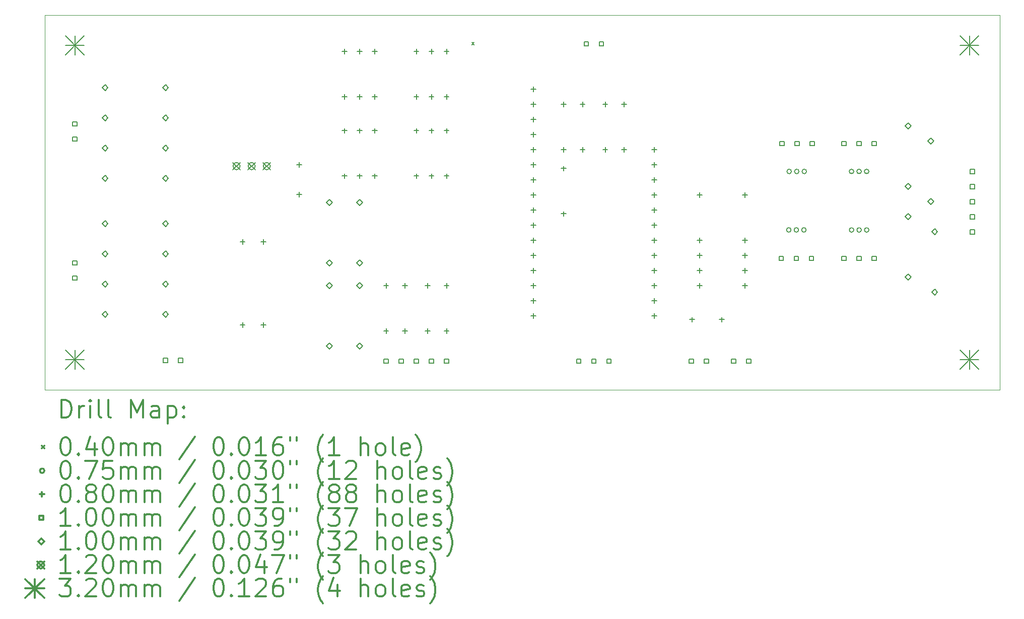
<source format=gbr>
%FSLAX45Y45*%
G04 Gerber Fmt 4.5, Leading zero omitted, Abs format (unit mm)*
G04 Created by KiCad (PCBNEW 5.1.9+dfsg1-1+deb11u1) date 2023-10-22 21:48:58*
%MOMM*%
%LPD*%
G01*
G04 APERTURE LIST*
%TA.AperFunction,Profile*%
%ADD10C,0.100000*%
%TD*%
%ADD11C,0.200000*%
%ADD12C,0.300000*%
G04 APERTURE END LIST*
D10*
X14528800Y-13081000D02*
X18770600Y-13081000D01*
X18669000Y-6781800D02*
X14020800Y-6781800D01*
X7480300Y-6781800D02*
X14033500Y-6781800D01*
X7480300Y-13081000D02*
X7480300Y-6781800D01*
X14541500Y-13081000D02*
X7480300Y-13081000D01*
X23533100Y-13081000D02*
X18757900Y-13081000D01*
X23533100Y-6781800D02*
X23533100Y-13081000D01*
X18656300Y-6781800D02*
X23533100Y-6781800D01*
D11*
X14661200Y-7244400D02*
X14701200Y-7284400D01*
X14701200Y-7244400D02*
X14661200Y-7284400D01*
X20027300Y-10394950D02*
G75*
G03*
X20027300Y-10394950I-37500J0D01*
G01*
X20033650Y-9410700D02*
G75*
G03*
X20033650Y-9410700I-37500J0D01*
G01*
X20154300Y-10394950D02*
G75*
G03*
X20154300Y-10394950I-37500J0D01*
G01*
X20160650Y-9410700D02*
G75*
G03*
X20160650Y-9410700I-37500J0D01*
G01*
X20281300Y-10394950D02*
G75*
G03*
X20281300Y-10394950I-37500J0D01*
G01*
X20287650Y-9410700D02*
G75*
G03*
X20287650Y-9410700I-37500J0D01*
G01*
X21081400Y-9410700D02*
G75*
G03*
X21081400Y-9410700I-37500J0D01*
G01*
X21081400Y-10394950D02*
G75*
G03*
X21081400Y-10394950I-37500J0D01*
G01*
X21208400Y-9410700D02*
G75*
G03*
X21208400Y-9410700I-37500J0D01*
G01*
X21208400Y-10394950D02*
G75*
G03*
X21208400Y-10394950I-37500J0D01*
G01*
X21335400Y-9410700D02*
G75*
G03*
X21335400Y-9410700I-37500J0D01*
G01*
X21335400Y-10394950D02*
G75*
G03*
X21335400Y-10394950I-37500J0D01*
G01*
X10807700Y-10551800D02*
X10807700Y-10631800D01*
X10767700Y-10591800D02*
X10847700Y-10591800D01*
X10807700Y-11948800D02*
X10807700Y-12028800D01*
X10767700Y-11988800D02*
X10847700Y-11988800D01*
X11157700Y-10551800D02*
X11157700Y-10631800D01*
X11117700Y-10591800D02*
X11197700Y-10591800D01*
X11157700Y-11948800D02*
X11157700Y-12028800D01*
X11117700Y-11988800D02*
X11197700Y-11988800D01*
X11760200Y-9256400D02*
X11760200Y-9336400D01*
X11720200Y-9296400D02*
X11800200Y-9296400D01*
X11760200Y-9756400D02*
X11760200Y-9836400D01*
X11720200Y-9796400D02*
X11800200Y-9796400D01*
X12522200Y-7351400D02*
X12522200Y-7431400D01*
X12482200Y-7391400D02*
X12562200Y-7391400D01*
X12522200Y-8113400D02*
X12522200Y-8193400D01*
X12482200Y-8153400D02*
X12562200Y-8153400D01*
X12522200Y-8684900D02*
X12522200Y-8764900D01*
X12482200Y-8724900D02*
X12562200Y-8724900D01*
X12522200Y-9446900D02*
X12522200Y-9526900D01*
X12482200Y-9486900D02*
X12562200Y-9486900D01*
X12776200Y-7351400D02*
X12776200Y-7431400D01*
X12736200Y-7391400D02*
X12816200Y-7391400D01*
X12776200Y-8113400D02*
X12776200Y-8193400D01*
X12736200Y-8153400D02*
X12816200Y-8153400D01*
X12776200Y-8684900D02*
X12776200Y-8764900D01*
X12736200Y-8724900D02*
X12816200Y-8724900D01*
X12776200Y-9446900D02*
X12776200Y-9526900D01*
X12736200Y-9486900D02*
X12816200Y-9486900D01*
X13030200Y-7351400D02*
X13030200Y-7431400D01*
X12990200Y-7391400D02*
X13070200Y-7391400D01*
X13030200Y-8113400D02*
X13030200Y-8193400D01*
X12990200Y-8153400D02*
X13070200Y-8153400D01*
X13030200Y-8684900D02*
X13030200Y-8764900D01*
X12990200Y-8724900D02*
X13070200Y-8724900D01*
X13030200Y-9446900D02*
X13030200Y-9526900D01*
X12990200Y-9486900D02*
X13070200Y-9486900D01*
X13220700Y-11288400D02*
X13220700Y-11368400D01*
X13180700Y-11328400D02*
X13260700Y-11328400D01*
X13220700Y-12050400D02*
X13220700Y-12130400D01*
X13180700Y-12090400D02*
X13260700Y-12090400D01*
X13538200Y-11288400D02*
X13538200Y-11368400D01*
X13498200Y-11328400D02*
X13578200Y-11328400D01*
X13538200Y-12050400D02*
X13538200Y-12130400D01*
X13498200Y-12090400D02*
X13578200Y-12090400D01*
X13728700Y-7351400D02*
X13728700Y-7431400D01*
X13688700Y-7391400D02*
X13768700Y-7391400D01*
X13728700Y-8113400D02*
X13728700Y-8193400D01*
X13688700Y-8153400D02*
X13768700Y-8153400D01*
X13728700Y-8684900D02*
X13728700Y-8764900D01*
X13688700Y-8724900D02*
X13768700Y-8724900D01*
X13728700Y-9446900D02*
X13728700Y-9526900D01*
X13688700Y-9486900D02*
X13768700Y-9486900D01*
X13919200Y-11288400D02*
X13919200Y-11368400D01*
X13879200Y-11328400D02*
X13959200Y-11328400D01*
X13919200Y-12050400D02*
X13919200Y-12130400D01*
X13879200Y-12090400D02*
X13959200Y-12090400D01*
X13982700Y-7351400D02*
X13982700Y-7431400D01*
X13942700Y-7391400D02*
X14022700Y-7391400D01*
X13982700Y-8113400D02*
X13982700Y-8193400D01*
X13942700Y-8153400D02*
X14022700Y-8153400D01*
X13982700Y-8684900D02*
X13982700Y-8764900D01*
X13942700Y-8724900D02*
X14022700Y-8724900D01*
X13982700Y-9446900D02*
X13982700Y-9526900D01*
X13942700Y-9486900D02*
X14022700Y-9486900D01*
X14236700Y-7351400D02*
X14236700Y-7431400D01*
X14196700Y-7391400D02*
X14276700Y-7391400D01*
X14236700Y-8113400D02*
X14236700Y-8193400D01*
X14196700Y-8153400D02*
X14276700Y-8153400D01*
X14236700Y-8684900D02*
X14236700Y-8764900D01*
X14196700Y-8724900D02*
X14276700Y-8724900D01*
X14236700Y-9446900D02*
X14236700Y-9526900D01*
X14196700Y-9486900D02*
X14276700Y-9486900D01*
X14236700Y-11288400D02*
X14236700Y-11368400D01*
X14196700Y-11328400D02*
X14276700Y-11328400D01*
X14236700Y-12050400D02*
X14236700Y-12130400D01*
X14196700Y-12090400D02*
X14276700Y-12090400D01*
X15697200Y-7986400D02*
X15697200Y-8066400D01*
X15657200Y-8026400D02*
X15737200Y-8026400D01*
X15697200Y-8240400D02*
X15697200Y-8320400D01*
X15657200Y-8280400D02*
X15737200Y-8280400D01*
X15697200Y-8494400D02*
X15697200Y-8574400D01*
X15657200Y-8534400D02*
X15737200Y-8534400D01*
X15697200Y-8748400D02*
X15697200Y-8828400D01*
X15657200Y-8788400D02*
X15737200Y-8788400D01*
X15697200Y-9002400D02*
X15697200Y-9082400D01*
X15657200Y-9042400D02*
X15737200Y-9042400D01*
X15697200Y-9256400D02*
X15697200Y-9336400D01*
X15657200Y-9296400D02*
X15737200Y-9296400D01*
X15697200Y-9510400D02*
X15697200Y-9590400D01*
X15657200Y-9550400D02*
X15737200Y-9550400D01*
X15697200Y-9764400D02*
X15697200Y-9844400D01*
X15657200Y-9804400D02*
X15737200Y-9804400D01*
X15697200Y-10018400D02*
X15697200Y-10098400D01*
X15657200Y-10058400D02*
X15737200Y-10058400D01*
X15697200Y-10272400D02*
X15697200Y-10352400D01*
X15657200Y-10312400D02*
X15737200Y-10312400D01*
X15697200Y-10526400D02*
X15697200Y-10606400D01*
X15657200Y-10566400D02*
X15737200Y-10566400D01*
X15697200Y-10780400D02*
X15697200Y-10860400D01*
X15657200Y-10820400D02*
X15737200Y-10820400D01*
X15697200Y-11034400D02*
X15697200Y-11114400D01*
X15657200Y-11074400D02*
X15737200Y-11074400D01*
X15697200Y-11288400D02*
X15697200Y-11368400D01*
X15657200Y-11328400D02*
X15737200Y-11328400D01*
X15697200Y-11542400D02*
X15697200Y-11622400D01*
X15657200Y-11582400D02*
X15737200Y-11582400D01*
X15697200Y-11796400D02*
X15697200Y-11876400D01*
X15657200Y-11836400D02*
X15737200Y-11836400D01*
X16205200Y-8240400D02*
X16205200Y-8320400D01*
X16165200Y-8280400D02*
X16245200Y-8280400D01*
X16205200Y-9002400D02*
X16205200Y-9082400D01*
X16165200Y-9042400D02*
X16245200Y-9042400D01*
X16205200Y-9319900D02*
X16205200Y-9399900D01*
X16165200Y-9359900D02*
X16245200Y-9359900D01*
X16205200Y-10081900D02*
X16205200Y-10161900D01*
X16165200Y-10121900D02*
X16245200Y-10121900D01*
X16522700Y-8240400D02*
X16522700Y-8320400D01*
X16482700Y-8280400D02*
X16562700Y-8280400D01*
X16522700Y-9002400D02*
X16522700Y-9082400D01*
X16482700Y-9042400D02*
X16562700Y-9042400D01*
X16903700Y-8240400D02*
X16903700Y-8320400D01*
X16863700Y-8280400D02*
X16943700Y-8280400D01*
X16903700Y-9002400D02*
X16903700Y-9082400D01*
X16863700Y-9042400D02*
X16943700Y-9042400D01*
X17221200Y-8240400D02*
X17221200Y-8320400D01*
X17181200Y-8280400D02*
X17261200Y-8280400D01*
X17221200Y-9002400D02*
X17221200Y-9082400D01*
X17181200Y-9042400D02*
X17261200Y-9042400D01*
X17729200Y-9002400D02*
X17729200Y-9082400D01*
X17689200Y-9042400D02*
X17769200Y-9042400D01*
X17729200Y-9256400D02*
X17729200Y-9336400D01*
X17689200Y-9296400D02*
X17769200Y-9296400D01*
X17729200Y-9510400D02*
X17729200Y-9590400D01*
X17689200Y-9550400D02*
X17769200Y-9550400D01*
X17729200Y-9764400D02*
X17729200Y-9844400D01*
X17689200Y-9804400D02*
X17769200Y-9804400D01*
X17729200Y-10018400D02*
X17729200Y-10098400D01*
X17689200Y-10058400D02*
X17769200Y-10058400D01*
X17729200Y-10272400D02*
X17729200Y-10352400D01*
X17689200Y-10312400D02*
X17769200Y-10312400D01*
X17729200Y-10526400D02*
X17729200Y-10606400D01*
X17689200Y-10566400D02*
X17769200Y-10566400D01*
X17729200Y-10780400D02*
X17729200Y-10860400D01*
X17689200Y-10820400D02*
X17769200Y-10820400D01*
X17729200Y-11034400D02*
X17729200Y-11114400D01*
X17689200Y-11074400D02*
X17769200Y-11074400D01*
X17729200Y-11288400D02*
X17729200Y-11368400D01*
X17689200Y-11328400D02*
X17769200Y-11328400D01*
X17729200Y-11542400D02*
X17729200Y-11622400D01*
X17689200Y-11582400D02*
X17769200Y-11582400D01*
X17729200Y-11796400D02*
X17729200Y-11876400D01*
X17689200Y-11836400D02*
X17769200Y-11836400D01*
X18364200Y-11859900D02*
X18364200Y-11939900D01*
X18324200Y-11899900D02*
X18404200Y-11899900D01*
X18491200Y-9764400D02*
X18491200Y-9844400D01*
X18451200Y-9804400D02*
X18531200Y-9804400D01*
X18491200Y-10526400D02*
X18491200Y-10606400D01*
X18451200Y-10566400D02*
X18531200Y-10566400D01*
X18491200Y-10780400D02*
X18491200Y-10860400D01*
X18451200Y-10820400D02*
X18531200Y-10820400D01*
X18491200Y-11034400D02*
X18491200Y-11114400D01*
X18451200Y-11074400D02*
X18531200Y-11074400D01*
X18491200Y-11288400D02*
X18491200Y-11368400D01*
X18451200Y-11328400D02*
X18531200Y-11328400D01*
X18864200Y-11859900D02*
X18864200Y-11939900D01*
X18824200Y-11899900D02*
X18904200Y-11899900D01*
X19253200Y-9764400D02*
X19253200Y-9844400D01*
X19213200Y-9804400D02*
X19293200Y-9804400D01*
X19253200Y-10526400D02*
X19253200Y-10606400D01*
X19213200Y-10566400D02*
X19293200Y-10566400D01*
X19253200Y-10780400D02*
X19253200Y-10860400D01*
X19213200Y-10820400D02*
X19293200Y-10820400D01*
X19253200Y-11034400D02*
X19253200Y-11114400D01*
X19213200Y-11074400D02*
X19293200Y-11074400D01*
X19253200Y-11288400D02*
X19253200Y-11368400D01*
X19213200Y-11328400D02*
X19293200Y-11328400D01*
X8023656Y-8645956D02*
X8023656Y-8575244D01*
X7952944Y-8575244D01*
X7952944Y-8645956D01*
X8023656Y-8645956D01*
X8023656Y-8899956D02*
X8023656Y-8829244D01*
X7952944Y-8829244D01*
X7952944Y-8899956D01*
X8023656Y-8899956D01*
X8023656Y-10982756D02*
X8023656Y-10912044D01*
X7952944Y-10912044D01*
X7952944Y-10982756D01*
X8023656Y-10982756D01*
X8023656Y-11236756D02*
X8023656Y-11166044D01*
X7952944Y-11166044D01*
X7952944Y-11236756D01*
X8023656Y-11236756D01*
X9547656Y-12621056D02*
X9547656Y-12550344D01*
X9476944Y-12550344D01*
X9476944Y-12621056D01*
X9547656Y-12621056D01*
X9801656Y-12621056D02*
X9801656Y-12550344D01*
X9730944Y-12550344D01*
X9730944Y-12621056D01*
X9801656Y-12621056D01*
X13256056Y-12633756D02*
X13256056Y-12563044D01*
X13185344Y-12563044D01*
X13185344Y-12633756D01*
X13256056Y-12633756D01*
X13510056Y-12633756D02*
X13510056Y-12563044D01*
X13439344Y-12563044D01*
X13439344Y-12633756D01*
X13510056Y-12633756D01*
X13764056Y-12633756D02*
X13764056Y-12563044D01*
X13693344Y-12563044D01*
X13693344Y-12633756D01*
X13764056Y-12633756D01*
X14018056Y-12633756D02*
X14018056Y-12563044D01*
X13947344Y-12563044D01*
X13947344Y-12633756D01*
X14018056Y-12633756D01*
X14272056Y-12633756D02*
X14272056Y-12563044D01*
X14201344Y-12563044D01*
X14201344Y-12633756D01*
X14272056Y-12633756D01*
X16494556Y-12633756D02*
X16494556Y-12563044D01*
X16423844Y-12563044D01*
X16423844Y-12633756D01*
X16494556Y-12633756D01*
X16621556Y-7299756D02*
X16621556Y-7229044D01*
X16550844Y-7229044D01*
X16550844Y-7299756D01*
X16621556Y-7299756D01*
X16748556Y-12633756D02*
X16748556Y-12563044D01*
X16677844Y-12563044D01*
X16677844Y-12633756D01*
X16748556Y-12633756D01*
X16875556Y-7299756D02*
X16875556Y-7229044D01*
X16804844Y-7229044D01*
X16804844Y-7299756D01*
X16875556Y-7299756D01*
X17002556Y-12633756D02*
X17002556Y-12563044D01*
X16931844Y-12563044D01*
X16931844Y-12633756D01*
X17002556Y-12633756D01*
X18386856Y-12633756D02*
X18386856Y-12563044D01*
X18316144Y-12563044D01*
X18316144Y-12633756D01*
X18386856Y-12633756D01*
X18640856Y-12633756D02*
X18640856Y-12563044D01*
X18570144Y-12563044D01*
X18570144Y-12633756D01*
X18640856Y-12633756D01*
X19098056Y-12633756D02*
X19098056Y-12563044D01*
X19027344Y-12563044D01*
X19027344Y-12633756D01*
X19098056Y-12633756D01*
X19352056Y-12633756D02*
X19352056Y-12563044D01*
X19281344Y-12563044D01*
X19281344Y-12633756D01*
X19352056Y-12633756D01*
X19898156Y-10906556D02*
X19898156Y-10835844D01*
X19827444Y-10835844D01*
X19827444Y-10906556D01*
X19898156Y-10906556D01*
X19910856Y-8976156D02*
X19910856Y-8905444D01*
X19840144Y-8905444D01*
X19840144Y-8976156D01*
X19910856Y-8976156D01*
X20152156Y-10906556D02*
X20152156Y-10835844D01*
X20081444Y-10835844D01*
X20081444Y-10906556D01*
X20152156Y-10906556D01*
X20164856Y-8976156D02*
X20164856Y-8905444D01*
X20094144Y-8905444D01*
X20094144Y-8976156D01*
X20164856Y-8976156D01*
X20406156Y-10906556D02*
X20406156Y-10835844D01*
X20335444Y-10835844D01*
X20335444Y-10906556D01*
X20406156Y-10906556D01*
X20418856Y-8976156D02*
X20418856Y-8905444D01*
X20348144Y-8905444D01*
X20348144Y-8976156D01*
X20418856Y-8976156D01*
X20952256Y-8976156D02*
X20952256Y-8905444D01*
X20881544Y-8905444D01*
X20881544Y-8976156D01*
X20952256Y-8976156D01*
X20952256Y-10906556D02*
X20952256Y-10835844D01*
X20881544Y-10835844D01*
X20881544Y-10906556D01*
X20952256Y-10906556D01*
X21206256Y-8976156D02*
X21206256Y-8905444D01*
X21135544Y-8905444D01*
X21135544Y-8976156D01*
X21206256Y-8976156D01*
X21206256Y-10906556D02*
X21206256Y-10835844D01*
X21135544Y-10835844D01*
X21135544Y-10906556D01*
X21206256Y-10906556D01*
X21460256Y-8976156D02*
X21460256Y-8905444D01*
X21389544Y-8905444D01*
X21389544Y-8976156D01*
X21460256Y-8976156D01*
X21460256Y-10906556D02*
X21460256Y-10835844D01*
X21389544Y-10835844D01*
X21389544Y-10906556D01*
X21460256Y-10906556D01*
X23111256Y-9446056D02*
X23111256Y-9375344D01*
X23040544Y-9375344D01*
X23040544Y-9446056D01*
X23111256Y-9446056D01*
X23111256Y-9700056D02*
X23111256Y-9629344D01*
X23040544Y-9629344D01*
X23040544Y-9700056D01*
X23111256Y-9700056D01*
X23111256Y-9954056D02*
X23111256Y-9883344D01*
X23040544Y-9883344D01*
X23040544Y-9954056D01*
X23111256Y-9954056D01*
X23111256Y-10208056D02*
X23111256Y-10137344D01*
X23040544Y-10137344D01*
X23040544Y-10208056D01*
X23111256Y-10208056D01*
X23111256Y-10462056D02*
X23111256Y-10391344D01*
X23040544Y-10391344D01*
X23040544Y-10462056D01*
X23111256Y-10462056D01*
X8496300Y-8051292D02*
X8546338Y-8001254D01*
X8496300Y-7951216D01*
X8446262Y-8001254D01*
X8496300Y-8051292D01*
X8496300Y-8558784D02*
X8546338Y-8508746D01*
X8496300Y-8458708D01*
X8446262Y-8508746D01*
X8496300Y-8558784D01*
X8496300Y-9067292D02*
X8546338Y-9017254D01*
X8496300Y-8967216D01*
X8446262Y-9017254D01*
X8496300Y-9067292D01*
X8496300Y-9574784D02*
X8546338Y-9524746D01*
X8496300Y-9474708D01*
X8446262Y-9524746D01*
X8496300Y-9574784D01*
X8496300Y-10337292D02*
X8546338Y-10287254D01*
X8496300Y-10237216D01*
X8446262Y-10287254D01*
X8496300Y-10337292D01*
X8496300Y-10844784D02*
X8546338Y-10794746D01*
X8496300Y-10744708D01*
X8446262Y-10794746D01*
X8496300Y-10844784D01*
X8496300Y-11353292D02*
X8546338Y-11303254D01*
X8496300Y-11253216D01*
X8446262Y-11303254D01*
X8496300Y-11353292D01*
X8496300Y-11860784D02*
X8546338Y-11810746D01*
X8496300Y-11760708D01*
X8446262Y-11810746D01*
X8496300Y-11860784D01*
X9512300Y-8051292D02*
X9562338Y-8001254D01*
X9512300Y-7951216D01*
X9462262Y-8001254D01*
X9512300Y-8051292D01*
X9512300Y-8558784D02*
X9562338Y-8508746D01*
X9512300Y-8458708D01*
X9462262Y-8508746D01*
X9512300Y-8558784D01*
X9512300Y-9067292D02*
X9562338Y-9017254D01*
X9512300Y-8967216D01*
X9462262Y-9017254D01*
X9512300Y-9067292D01*
X9512300Y-9574784D02*
X9562338Y-9524746D01*
X9512300Y-9474708D01*
X9462262Y-9524746D01*
X9512300Y-9574784D01*
X9512300Y-10337292D02*
X9562338Y-10287254D01*
X9512300Y-10237216D01*
X9462262Y-10287254D01*
X9512300Y-10337292D01*
X9512300Y-10844784D02*
X9562338Y-10794746D01*
X9512300Y-10744708D01*
X9462262Y-10794746D01*
X9512300Y-10844784D01*
X9512300Y-11353292D02*
X9562338Y-11303254D01*
X9512300Y-11253216D01*
X9462262Y-11303254D01*
X9512300Y-11353292D01*
X9512300Y-11860784D02*
X9562338Y-11810746D01*
X9512300Y-11760708D01*
X9462262Y-11810746D01*
X9512300Y-11860784D01*
X12267946Y-11378438D02*
X12317984Y-11328400D01*
X12267946Y-11278362D01*
X12217908Y-11328400D01*
X12267946Y-11378438D01*
X12267946Y-12394438D02*
X12317984Y-12344400D01*
X12267946Y-12294362D01*
X12217908Y-12344400D01*
X12267946Y-12394438D01*
X12268454Y-9981438D02*
X12318492Y-9931400D01*
X12268454Y-9881362D01*
X12218416Y-9931400D01*
X12268454Y-9981438D01*
X12268454Y-10997438D02*
X12318492Y-10947400D01*
X12268454Y-10897362D01*
X12218416Y-10947400D01*
X12268454Y-10997438D01*
X12775946Y-11378438D02*
X12825984Y-11328400D01*
X12775946Y-11278362D01*
X12725908Y-11328400D01*
X12775946Y-11378438D01*
X12775946Y-12394438D02*
X12825984Y-12344400D01*
X12775946Y-12294362D01*
X12725908Y-12344400D01*
X12775946Y-12394438D01*
X12776454Y-9981438D02*
X12826492Y-9931400D01*
X12776454Y-9881362D01*
X12726416Y-9931400D01*
X12776454Y-9981438D01*
X12776454Y-10997438D02*
X12826492Y-10947400D01*
X12776454Y-10897362D01*
X12726416Y-10947400D01*
X12776454Y-10997438D01*
X21996146Y-10222738D02*
X22046184Y-10172700D01*
X21996146Y-10122662D01*
X21946108Y-10172700D01*
X21996146Y-10222738D01*
X21996146Y-11238738D02*
X22046184Y-11188700D01*
X21996146Y-11138662D01*
X21946108Y-11188700D01*
X21996146Y-11238738D01*
X21996654Y-8698738D02*
X22046692Y-8648700D01*
X21996654Y-8598662D01*
X21946616Y-8648700D01*
X21996654Y-8698738D01*
X21996654Y-9714738D02*
X22046692Y-9664700D01*
X21996654Y-9614662D01*
X21946616Y-9664700D01*
X21996654Y-9714738D01*
X22377654Y-8952738D02*
X22427692Y-8902700D01*
X22377654Y-8852662D01*
X22327616Y-8902700D01*
X22377654Y-8952738D01*
X22377654Y-9968738D02*
X22427692Y-9918700D01*
X22377654Y-9868662D01*
X22327616Y-9918700D01*
X22377654Y-9968738D01*
X22440646Y-10476738D02*
X22490684Y-10426700D01*
X22440646Y-10376662D01*
X22390608Y-10426700D01*
X22440646Y-10476738D01*
X22440646Y-11492738D02*
X22490684Y-11442700D01*
X22440646Y-11392662D01*
X22390608Y-11442700D01*
X22440646Y-11492738D01*
X10646156Y-9261856D02*
X10766044Y-9381744D01*
X10766044Y-9261856D02*
X10646156Y-9381744D01*
X10766044Y-9321800D02*
G75*
G03*
X10766044Y-9321800I-59944J0D01*
G01*
X10900156Y-9261856D02*
X11020044Y-9381744D01*
X11020044Y-9261856D02*
X10900156Y-9381744D01*
X11020044Y-9321800D02*
G75*
G03*
X11020044Y-9321800I-59944J0D01*
G01*
X11154156Y-9261856D02*
X11274044Y-9381744D01*
X11274044Y-9261856D02*
X11154156Y-9381744D01*
X11274044Y-9321800D02*
G75*
G03*
X11274044Y-9321800I-59944J0D01*
G01*
X7828356Y-7129856D02*
X8148244Y-7449744D01*
X8148244Y-7129856D02*
X7828356Y-7449744D01*
X7988300Y-7129856D02*
X7988300Y-7449744D01*
X7828356Y-7289800D02*
X8148244Y-7289800D01*
X7828356Y-12413056D02*
X8148244Y-12732944D01*
X8148244Y-12413056D02*
X7828356Y-12732944D01*
X7988300Y-12413056D02*
X7988300Y-12732944D01*
X7828356Y-12573000D02*
X8148244Y-12573000D01*
X22865156Y-7129856D02*
X23185044Y-7449744D01*
X23185044Y-7129856D02*
X22865156Y-7449744D01*
X23025100Y-7129856D02*
X23025100Y-7449744D01*
X22865156Y-7289800D02*
X23185044Y-7289800D01*
X22865156Y-12413056D02*
X23185044Y-12732944D01*
X23185044Y-12413056D02*
X22865156Y-12732944D01*
X23025100Y-12413056D02*
X23025100Y-12732944D01*
X22865156Y-12573000D02*
X23185044Y-12573000D01*
D12*
X7761728Y-13551714D02*
X7761728Y-13251714D01*
X7833157Y-13251714D01*
X7876014Y-13266000D01*
X7904586Y-13294571D01*
X7918871Y-13323143D01*
X7933157Y-13380286D01*
X7933157Y-13423143D01*
X7918871Y-13480286D01*
X7904586Y-13508857D01*
X7876014Y-13537429D01*
X7833157Y-13551714D01*
X7761728Y-13551714D01*
X8061728Y-13551714D02*
X8061728Y-13351714D01*
X8061728Y-13408857D02*
X8076014Y-13380286D01*
X8090300Y-13366000D01*
X8118871Y-13351714D01*
X8147443Y-13351714D01*
X8247443Y-13551714D02*
X8247443Y-13351714D01*
X8247443Y-13251714D02*
X8233157Y-13266000D01*
X8247443Y-13280286D01*
X8261728Y-13266000D01*
X8247443Y-13251714D01*
X8247443Y-13280286D01*
X8433157Y-13551714D02*
X8404586Y-13537429D01*
X8390300Y-13508857D01*
X8390300Y-13251714D01*
X8590300Y-13551714D02*
X8561728Y-13537429D01*
X8547443Y-13508857D01*
X8547443Y-13251714D01*
X8933157Y-13551714D02*
X8933157Y-13251714D01*
X9033157Y-13466000D01*
X9133157Y-13251714D01*
X9133157Y-13551714D01*
X9404586Y-13551714D02*
X9404586Y-13394571D01*
X9390300Y-13366000D01*
X9361728Y-13351714D01*
X9304586Y-13351714D01*
X9276014Y-13366000D01*
X9404586Y-13537429D02*
X9376014Y-13551714D01*
X9304586Y-13551714D01*
X9276014Y-13537429D01*
X9261728Y-13508857D01*
X9261728Y-13480286D01*
X9276014Y-13451714D01*
X9304586Y-13437429D01*
X9376014Y-13437429D01*
X9404586Y-13423143D01*
X9547443Y-13351714D02*
X9547443Y-13651714D01*
X9547443Y-13366000D02*
X9576014Y-13351714D01*
X9633157Y-13351714D01*
X9661728Y-13366000D01*
X9676014Y-13380286D01*
X9690300Y-13408857D01*
X9690300Y-13494571D01*
X9676014Y-13523143D01*
X9661728Y-13537429D01*
X9633157Y-13551714D01*
X9576014Y-13551714D01*
X9547443Y-13537429D01*
X9818871Y-13523143D02*
X9833157Y-13537429D01*
X9818871Y-13551714D01*
X9804586Y-13537429D01*
X9818871Y-13523143D01*
X9818871Y-13551714D01*
X9818871Y-13366000D02*
X9833157Y-13380286D01*
X9818871Y-13394571D01*
X9804586Y-13380286D01*
X9818871Y-13366000D01*
X9818871Y-13394571D01*
X7435300Y-14026000D02*
X7475300Y-14066000D01*
X7475300Y-14026000D02*
X7435300Y-14066000D01*
X7818871Y-13881714D02*
X7847443Y-13881714D01*
X7876014Y-13896000D01*
X7890300Y-13910286D01*
X7904586Y-13938857D01*
X7918871Y-13996000D01*
X7918871Y-14067429D01*
X7904586Y-14124571D01*
X7890300Y-14153143D01*
X7876014Y-14167429D01*
X7847443Y-14181714D01*
X7818871Y-14181714D01*
X7790300Y-14167429D01*
X7776014Y-14153143D01*
X7761728Y-14124571D01*
X7747443Y-14067429D01*
X7747443Y-13996000D01*
X7761728Y-13938857D01*
X7776014Y-13910286D01*
X7790300Y-13896000D01*
X7818871Y-13881714D01*
X8047443Y-14153143D02*
X8061728Y-14167429D01*
X8047443Y-14181714D01*
X8033157Y-14167429D01*
X8047443Y-14153143D01*
X8047443Y-14181714D01*
X8318871Y-13981714D02*
X8318871Y-14181714D01*
X8247443Y-13867429D02*
X8176014Y-14081714D01*
X8361728Y-14081714D01*
X8533157Y-13881714D02*
X8561728Y-13881714D01*
X8590300Y-13896000D01*
X8604586Y-13910286D01*
X8618871Y-13938857D01*
X8633157Y-13996000D01*
X8633157Y-14067429D01*
X8618871Y-14124571D01*
X8604586Y-14153143D01*
X8590300Y-14167429D01*
X8561728Y-14181714D01*
X8533157Y-14181714D01*
X8504586Y-14167429D01*
X8490300Y-14153143D01*
X8476014Y-14124571D01*
X8461728Y-14067429D01*
X8461728Y-13996000D01*
X8476014Y-13938857D01*
X8490300Y-13910286D01*
X8504586Y-13896000D01*
X8533157Y-13881714D01*
X8761728Y-14181714D02*
X8761728Y-13981714D01*
X8761728Y-14010286D02*
X8776014Y-13996000D01*
X8804586Y-13981714D01*
X8847443Y-13981714D01*
X8876014Y-13996000D01*
X8890300Y-14024571D01*
X8890300Y-14181714D01*
X8890300Y-14024571D02*
X8904586Y-13996000D01*
X8933157Y-13981714D01*
X8976014Y-13981714D01*
X9004586Y-13996000D01*
X9018871Y-14024571D01*
X9018871Y-14181714D01*
X9161728Y-14181714D02*
X9161728Y-13981714D01*
X9161728Y-14010286D02*
X9176014Y-13996000D01*
X9204586Y-13981714D01*
X9247443Y-13981714D01*
X9276014Y-13996000D01*
X9290300Y-14024571D01*
X9290300Y-14181714D01*
X9290300Y-14024571D02*
X9304586Y-13996000D01*
X9333157Y-13981714D01*
X9376014Y-13981714D01*
X9404586Y-13996000D01*
X9418871Y-14024571D01*
X9418871Y-14181714D01*
X10004586Y-13867429D02*
X9747443Y-14253143D01*
X10390300Y-13881714D02*
X10418871Y-13881714D01*
X10447443Y-13896000D01*
X10461728Y-13910286D01*
X10476014Y-13938857D01*
X10490300Y-13996000D01*
X10490300Y-14067429D01*
X10476014Y-14124571D01*
X10461728Y-14153143D01*
X10447443Y-14167429D01*
X10418871Y-14181714D01*
X10390300Y-14181714D01*
X10361728Y-14167429D01*
X10347443Y-14153143D01*
X10333157Y-14124571D01*
X10318871Y-14067429D01*
X10318871Y-13996000D01*
X10333157Y-13938857D01*
X10347443Y-13910286D01*
X10361728Y-13896000D01*
X10390300Y-13881714D01*
X10618871Y-14153143D02*
X10633157Y-14167429D01*
X10618871Y-14181714D01*
X10604586Y-14167429D01*
X10618871Y-14153143D01*
X10618871Y-14181714D01*
X10818871Y-13881714D02*
X10847443Y-13881714D01*
X10876014Y-13896000D01*
X10890300Y-13910286D01*
X10904586Y-13938857D01*
X10918871Y-13996000D01*
X10918871Y-14067429D01*
X10904586Y-14124571D01*
X10890300Y-14153143D01*
X10876014Y-14167429D01*
X10847443Y-14181714D01*
X10818871Y-14181714D01*
X10790300Y-14167429D01*
X10776014Y-14153143D01*
X10761728Y-14124571D01*
X10747443Y-14067429D01*
X10747443Y-13996000D01*
X10761728Y-13938857D01*
X10776014Y-13910286D01*
X10790300Y-13896000D01*
X10818871Y-13881714D01*
X11204586Y-14181714D02*
X11033157Y-14181714D01*
X11118871Y-14181714D02*
X11118871Y-13881714D01*
X11090300Y-13924571D01*
X11061728Y-13953143D01*
X11033157Y-13967429D01*
X11461728Y-13881714D02*
X11404586Y-13881714D01*
X11376014Y-13896000D01*
X11361728Y-13910286D01*
X11333157Y-13953143D01*
X11318871Y-14010286D01*
X11318871Y-14124571D01*
X11333157Y-14153143D01*
X11347443Y-14167429D01*
X11376014Y-14181714D01*
X11433157Y-14181714D01*
X11461728Y-14167429D01*
X11476014Y-14153143D01*
X11490300Y-14124571D01*
X11490300Y-14053143D01*
X11476014Y-14024571D01*
X11461728Y-14010286D01*
X11433157Y-13996000D01*
X11376014Y-13996000D01*
X11347443Y-14010286D01*
X11333157Y-14024571D01*
X11318871Y-14053143D01*
X11604586Y-13881714D02*
X11604586Y-13938857D01*
X11718871Y-13881714D02*
X11718871Y-13938857D01*
X12161728Y-14296000D02*
X12147443Y-14281714D01*
X12118871Y-14238857D01*
X12104586Y-14210286D01*
X12090300Y-14167429D01*
X12076014Y-14096000D01*
X12076014Y-14038857D01*
X12090300Y-13967429D01*
X12104586Y-13924571D01*
X12118871Y-13896000D01*
X12147443Y-13853143D01*
X12161728Y-13838857D01*
X12433157Y-14181714D02*
X12261728Y-14181714D01*
X12347443Y-14181714D02*
X12347443Y-13881714D01*
X12318871Y-13924571D01*
X12290300Y-13953143D01*
X12261728Y-13967429D01*
X12790300Y-14181714D02*
X12790300Y-13881714D01*
X12918871Y-14181714D02*
X12918871Y-14024571D01*
X12904586Y-13996000D01*
X12876014Y-13981714D01*
X12833157Y-13981714D01*
X12804586Y-13996000D01*
X12790300Y-14010286D01*
X13104586Y-14181714D02*
X13076014Y-14167429D01*
X13061728Y-14153143D01*
X13047443Y-14124571D01*
X13047443Y-14038857D01*
X13061728Y-14010286D01*
X13076014Y-13996000D01*
X13104586Y-13981714D01*
X13147443Y-13981714D01*
X13176014Y-13996000D01*
X13190300Y-14010286D01*
X13204586Y-14038857D01*
X13204586Y-14124571D01*
X13190300Y-14153143D01*
X13176014Y-14167429D01*
X13147443Y-14181714D01*
X13104586Y-14181714D01*
X13376014Y-14181714D02*
X13347443Y-14167429D01*
X13333157Y-14138857D01*
X13333157Y-13881714D01*
X13604586Y-14167429D02*
X13576014Y-14181714D01*
X13518871Y-14181714D01*
X13490300Y-14167429D01*
X13476014Y-14138857D01*
X13476014Y-14024571D01*
X13490300Y-13996000D01*
X13518871Y-13981714D01*
X13576014Y-13981714D01*
X13604586Y-13996000D01*
X13618871Y-14024571D01*
X13618871Y-14053143D01*
X13476014Y-14081714D01*
X13718871Y-14296000D02*
X13733157Y-14281714D01*
X13761728Y-14238857D01*
X13776014Y-14210286D01*
X13790300Y-14167429D01*
X13804586Y-14096000D01*
X13804586Y-14038857D01*
X13790300Y-13967429D01*
X13776014Y-13924571D01*
X13761728Y-13896000D01*
X13733157Y-13853143D01*
X13718871Y-13838857D01*
X7475300Y-14442000D02*
G75*
G03*
X7475300Y-14442000I-37500J0D01*
G01*
X7818871Y-14277714D02*
X7847443Y-14277714D01*
X7876014Y-14292000D01*
X7890300Y-14306286D01*
X7904586Y-14334857D01*
X7918871Y-14392000D01*
X7918871Y-14463429D01*
X7904586Y-14520571D01*
X7890300Y-14549143D01*
X7876014Y-14563429D01*
X7847443Y-14577714D01*
X7818871Y-14577714D01*
X7790300Y-14563429D01*
X7776014Y-14549143D01*
X7761728Y-14520571D01*
X7747443Y-14463429D01*
X7747443Y-14392000D01*
X7761728Y-14334857D01*
X7776014Y-14306286D01*
X7790300Y-14292000D01*
X7818871Y-14277714D01*
X8047443Y-14549143D02*
X8061728Y-14563429D01*
X8047443Y-14577714D01*
X8033157Y-14563429D01*
X8047443Y-14549143D01*
X8047443Y-14577714D01*
X8161728Y-14277714D02*
X8361728Y-14277714D01*
X8233157Y-14577714D01*
X8618871Y-14277714D02*
X8476014Y-14277714D01*
X8461728Y-14420571D01*
X8476014Y-14406286D01*
X8504586Y-14392000D01*
X8576014Y-14392000D01*
X8604586Y-14406286D01*
X8618871Y-14420571D01*
X8633157Y-14449143D01*
X8633157Y-14520571D01*
X8618871Y-14549143D01*
X8604586Y-14563429D01*
X8576014Y-14577714D01*
X8504586Y-14577714D01*
X8476014Y-14563429D01*
X8461728Y-14549143D01*
X8761728Y-14577714D02*
X8761728Y-14377714D01*
X8761728Y-14406286D02*
X8776014Y-14392000D01*
X8804586Y-14377714D01*
X8847443Y-14377714D01*
X8876014Y-14392000D01*
X8890300Y-14420571D01*
X8890300Y-14577714D01*
X8890300Y-14420571D02*
X8904586Y-14392000D01*
X8933157Y-14377714D01*
X8976014Y-14377714D01*
X9004586Y-14392000D01*
X9018871Y-14420571D01*
X9018871Y-14577714D01*
X9161728Y-14577714D02*
X9161728Y-14377714D01*
X9161728Y-14406286D02*
X9176014Y-14392000D01*
X9204586Y-14377714D01*
X9247443Y-14377714D01*
X9276014Y-14392000D01*
X9290300Y-14420571D01*
X9290300Y-14577714D01*
X9290300Y-14420571D02*
X9304586Y-14392000D01*
X9333157Y-14377714D01*
X9376014Y-14377714D01*
X9404586Y-14392000D01*
X9418871Y-14420571D01*
X9418871Y-14577714D01*
X10004586Y-14263429D02*
X9747443Y-14649143D01*
X10390300Y-14277714D02*
X10418871Y-14277714D01*
X10447443Y-14292000D01*
X10461728Y-14306286D01*
X10476014Y-14334857D01*
X10490300Y-14392000D01*
X10490300Y-14463429D01*
X10476014Y-14520571D01*
X10461728Y-14549143D01*
X10447443Y-14563429D01*
X10418871Y-14577714D01*
X10390300Y-14577714D01*
X10361728Y-14563429D01*
X10347443Y-14549143D01*
X10333157Y-14520571D01*
X10318871Y-14463429D01*
X10318871Y-14392000D01*
X10333157Y-14334857D01*
X10347443Y-14306286D01*
X10361728Y-14292000D01*
X10390300Y-14277714D01*
X10618871Y-14549143D02*
X10633157Y-14563429D01*
X10618871Y-14577714D01*
X10604586Y-14563429D01*
X10618871Y-14549143D01*
X10618871Y-14577714D01*
X10818871Y-14277714D02*
X10847443Y-14277714D01*
X10876014Y-14292000D01*
X10890300Y-14306286D01*
X10904586Y-14334857D01*
X10918871Y-14392000D01*
X10918871Y-14463429D01*
X10904586Y-14520571D01*
X10890300Y-14549143D01*
X10876014Y-14563429D01*
X10847443Y-14577714D01*
X10818871Y-14577714D01*
X10790300Y-14563429D01*
X10776014Y-14549143D01*
X10761728Y-14520571D01*
X10747443Y-14463429D01*
X10747443Y-14392000D01*
X10761728Y-14334857D01*
X10776014Y-14306286D01*
X10790300Y-14292000D01*
X10818871Y-14277714D01*
X11018871Y-14277714D02*
X11204586Y-14277714D01*
X11104586Y-14392000D01*
X11147443Y-14392000D01*
X11176014Y-14406286D01*
X11190300Y-14420571D01*
X11204586Y-14449143D01*
X11204586Y-14520571D01*
X11190300Y-14549143D01*
X11176014Y-14563429D01*
X11147443Y-14577714D01*
X11061728Y-14577714D01*
X11033157Y-14563429D01*
X11018871Y-14549143D01*
X11390300Y-14277714D02*
X11418871Y-14277714D01*
X11447443Y-14292000D01*
X11461728Y-14306286D01*
X11476014Y-14334857D01*
X11490300Y-14392000D01*
X11490300Y-14463429D01*
X11476014Y-14520571D01*
X11461728Y-14549143D01*
X11447443Y-14563429D01*
X11418871Y-14577714D01*
X11390300Y-14577714D01*
X11361728Y-14563429D01*
X11347443Y-14549143D01*
X11333157Y-14520571D01*
X11318871Y-14463429D01*
X11318871Y-14392000D01*
X11333157Y-14334857D01*
X11347443Y-14306286D01*
X11361728Y-14292000D01*
X11390300Y-14277714D01*
X11604586Y-14277714D02*
X11604586Y-14334857D01*
X11718871Y-14277714D02*
X11718871Y-14334857D01*
X12161728Y-14692000D02*
X12147443Y-14677714D01*
X12118871Y-14634857D01*
X12104586Y-14606286D01*
X12090300Y-14563429D01*
X12076014Y-14492000D01*
X12076014Y-14434857D01*
X12090300Y-14363429D01*
X12104586Y-14320571D01*
X12118871Y-14292000D01*
X12147443Y-14249143D01*
X12161728Y-14234857D01*
X12433157Y-14577714D02*
X12261728Y-14577714D01*
X12347443Y-14577714D02*
X12347443Y-14277714D01*
X12318871Y-14320571D01*
X12290300Y-14349143D01*
X12261728Y-14363429D01*
X12547443Y-14306286D02*
X12561728Y-14292000D01*
X12590300Y-14277714D01*
X12661728Y-14277714D01*
X12690300Y-14292000D01*
X12704586Y-14306286D01*
X12718871Y-14334857D01*
X12718871Y-14363429D01*
X12704586Y-14406286D01*
X12533157Y-14577714D01*
X12718871Y-14577714D01*
X13076014Y-14577714D02*
X13076014Y-14277714D01*
X13204586Y-14577714D02*
X13204586Y-14420571D01*
X13190300Y-14392000D01*
X13161728Y-14377714D01*
X13118871Y-14377714D01*
X13090300Y-14392000D01*
X13076014Y-14406286D01*
X13390300Y-14577714D02*
X13361728Y-14563429D01*
X13347443Y-14549143D01*
X13333157Y-14520571D01*
X13333157Y-14434857D01*
X13347443Y-14406286D01*
X13361728Y-14392000D01*
X13390300Y-14377714D01*
X13433157Y-14377714D01*
X13461728Y-14392000D01*
X13476014Y-14406286D01*
X13490300Y-14434857D01*
X13490300Y-14520571D01*
X13476014Y-14549143D01*
X13461728Y-14563429D01*
X13433157Y-14577714D01*
X13390300Y-14577714D01*
X13661728Y-14577714D02*
X13633157Y-14563429D01*
X13618871Y-14534857D01*
X13618871Y-14277714D01*
X13890300Y-14563429D02*
X13861728Y-14577714D01*
X13804586Y-14577714D01*
X13776014Y-14563429D01*
X13761728Y-14534857D01*
X13761728Y-14420571D01*
X13776014Y-14392000D01*
X13804586Y-14377714D01*
X13861728Y-14377714D01*
X13890300Y-14392000D01*
X13904586Y-14420571D01*
X13904586Y-14449143D01*
X13761728Y-14477714D01*
X14018871Y-14563429D02*
X14047443Y-14577714D01*
X14104586Y-14577714D01*
X14133157Y-14563429D01*
X14147443Y-14534857D01*
X14147443Y-14520571D01*
X14133157Y-14492000D01*
X14104586Y-14477714D01*
X14061728Y-14477714D01*
X14033157Y-14463429D01*
X14018871Y-14434857D01*
X14018871Y-14420571D01*
X14033157Y-14392000D01*
X14061728Y-14377714D01*
X14104586Y-14377714D01*
X14133157Y-14392000D01*
X14247443Y-14692000D02*
X14261728Y-14677714D01*
X14290300Y-14634857D01*
X14304586Y-14606286D01*
X14318871Y-14563429D01*
X14333157Y-14492000D01*
X14333157Y-14434857D01*
X14318871Y-14363429D01*
X14304586Y-14320571D01*
X14290300Y-14292000D01*
X14261728Y-14249143D01*
X14247443Y-14234857D01*
X7435300Y-14798000D02*
X7435300Y-14878000D01*
X7395300Y-14838000D02*
X7475300Y-14838000D01*
X7818871Y-14673714D02*
X7847443Y-14673714D01*
X7876014Y-14688000D01*
X7890300Y-14702286D01*
X7904586Y-14730857D01*
X7918871Y-14788000D01*
X7918871Y-14859429D01*
X7904586Y-14916571D01*
X7890300Y-14945143D01*
X7876014Y-14959429D01*
X7847443Y-14973714D01*
X7818871Y-14973714D01*
X7790300Y-14959429D01*
X7776014Y-14945143D01*
X7761728Y-14916571D01*
X7747443Y-14859429D01*
X7747443Y-14788000D01*
X7761728Y-14730857D01*
X7776014Y-14702286D01*
X7790300Y-14688000D01*
X7818871Y-14673714D01*
X8047443Y-14945143D02*
X8061728Y-14959429D01*
X8047443Y-14973714D01*
X8033157Y-14959429D01*
X8047443Y-14945143D01*
X8047443Y-14973714D01*
X8233157Y-14802286D02*
X8204586Y-14788000D01*
X8190300Y-14773714D01*
X8176014Y-14745143D01*
X8176014Y-14730857D01*
X8190300Y-14702286D01*
X8204586Y-14688000D01*
X8233157Y-14673714D01*
X8290300Y-14673714D01*
X8318871Y-14688000D01*
X8333157Y-14702286D01*
X8347443Y-14730857D01*
X8347443Y-14745143D01*
X8333157Y-14773714D01*
X8318871Y-14788000D01*
X8290300Y-14802286D01*
X8233157Y-14802286D01*
X8204586Y-14816571D01*
X8190300Y-14830857D01*
X8176014Y-14859429D01*
X8176014Y-14916571D01*
X8190300Y-14945143D01*
X8204586Y-14959429D01*
X8233157Y-14973714D01*
X8290300Y-14973714D01*
X8318871Y-14959429D01*
X8333157Y-14945143D01*
X8347443Y-14916571D01*
X8347443Y-14859429D01*
X8333157Y-14830857D01*
X8318871Y-14816571D01*
X8290300Y-14802286D01*
X8533157Y-14673714D02*
X8561728Y-14673714D01*
X8590300Y-14688000D01*
X8604586Y-14702286D01*
X8618871Y-14730857D01*
X8633157Y-14788000D01*
X8633157Y-14859429D01*
X8618871Y-14916571D01*
X8604586Y-14945143D01*
X8590300Y-14959429D01*
X8561728Y-14973714D01*
X8533157Y-14973714D01*
X8504586Y-14959429D01*
X8490300Y-14945143D01*
X8476014Y-14916571D01*
X8461728Y-14859429D01*
X8461728Y-14788000D01*
X8476014Y-14730857D01*
X8490300Y-14702286D01*
X8504586Y-14688000D01*
X8533157Y-14673714D01*
X8761728Y-14973714D02*
X8761728Y-14773714D01*
X8761728Y-14802286D02*
X8776014Y-14788000D01*
X8804586Y-14773714D01*
X8847443Y-14773714D01*
X8876014Y-14788000D01*
X8890300Y-14816571D01*
X8890300Y-14973714D01*
X8890300Y-14816571D02*
X8904586Y-14788000D01*
X8933157Y-14773714D01*
X8976014Y-14773714D01*
X9004586Y-14788000D01*
X9018871Y-14816571D01*
X9018871Y-14973714D01*
X9161728Y-14973714D02*
X9161728Y-14773714D01*
X9161728Y-14802286D02*
X9176014Y-14788000D01*
X9204586Y-14773714D01*
X9247443Y-14773714D01*
X9276014Y-14788000D01*
X9290300Y-14816571D01*
X9290300Y-14973714D01*
X9290300Y-14816571D02*
X9304586Y-14788000D01*
X9333157Y-14773714D01*
X9376014Y-14773714D01*
X9404586Y-14788000D01*
X9418871Y-14816571D01*
X9418871Y-14973714D01*
X10004586Y-14659429D02*
X9747443Y-15045143D01*
X10390300Y-14673714D02*
X10418871Y-14673714D01*
X10447443Y-14688000D01*
X10461728Y-14702286D01*
X10476014Y-14730857D01*
X10490300Y-14788000D01*
X10490300Y-14859429D01*
X10476014Y-14916571D01*
X10461728Y-14945143D01*
X10447443Y-14959429D01*
X10418871Y-14973714D01*
X10390300Y-14973714D01*
X10361728Y-14959429D01*
X10347443Y-14945143D01*
X10333157Y-14916571D01*
X10318871Y-14859429D01*
X10318871Y-14788000D01*
X10333157Y-14730857D01*
X10347443Y-14702286D01*
X10361728Y-14688000D01*
X10390300Y-14673714D01*
X10618871Y-14945143D02*
X10633157Y-14959429D01*
X10618871Y-14973714D01*
X10604586Y-14959429D01*
X10618871Y-14945143D01*
X10618871Y-14973714D01*
X10818871Y-14673714D02*
X10847443Y-14673714D01*
X10876014Y-14688000D01*
X10890300Y-14702286D01*
X10904586Y-14730857D01*
X10918871Y-14788000D01*
X10918871Y-14859429D01*
X10904586Y-14916571D01*
X10890300Y-14945143D01*
X10876014Y-14959429D01*
X10847443Y-14973714D01*
X10818871Y-14973714D01*
X10790300Y-14959429D01*
X10776014Y-14945143D01*
X10761728Y-14916571D01*
X10747443Y-14859429D01*
X10747443Y-14788000D01*
X10761728Y-14730857D01*
X10776014Y-14702286D01*
X10790300Y-14688000D01*
X10818871Y-14673714D01*
X11018871Y-14673714D02*
X11204586Y-14673714D01*
X11104586Y-14788000D01*
X11147443Y-14788000D01*
X11176014Y-14802286D01*
X11190300Y-14816571D01*
X11204586Y-14845143D01*
X11204586Y-14916571D01*
X11190300Y-14945143D01*
X11176014Y-14959429D01*
X11147443Y-14973714D01*
X11061728Y-14973714D01*
X11033157Y-14959429D01*
X11018871Y-14945143D01*
X11490300Y-14973714D02*
X11318871Y-14973714D01*
X11404586Y-14973714D02*
X11404586Y-14673714D01*
X11376014Y-14716571D01*
X11347443Y-14745143D01*
X11318871Y-14759429D01*
X11604586Y-14673714D02*
X11604586Y-14730857D01*
X11718871Y-14673714D02*
X11718871Y-14730857D01*
X12161728Y-15088000D02*
X12147443Y-15073714D01*
X12118871Y-15030857D01*
X12104586Y-15002286D01*
X12090300Y-14959429D01*
X12076014Y-14888000D01*
X12076014Y-14830857D01*
X12090300Y-14759429D01*
X12104586Y-14716571D01*
X12118871Y-14688000D01*
X12147443Y-14645143D01*
X12161728Y-14630857D01*
X12318871Y-14802286D02*
X12290300Y-14788000D01*
X12276014Y-14773714D01*
X12261728Y-14745143D01*
X12261728Y-14730857D01*
X12276014Y-14702286D01*
X12290300Y-14688000D01*
X12318871Y-14673714D01*
X12376014Y-14673714D01*
X12404586Y-14688000D01*
X12418871Y-14702286D01*
X12433157Y-14730857D01*
X12433157Y-14745143D01*
X12418871Y-14773714D01*
X12404586Y-14788000D01*
X12376014Y-14802286D01*
X12318871Y-14802286D01*
X12290300Y-14816571D01*
X12276014Y-14830857D01*
X12261728Y-14859429D01*
X12261728Y-14916571D01*
X12276014Y-14945143D01*
X12290300Y-14959429D01*
X12318871Y-14973714D01*
X12376014Y-14973714D01*
X12404586Y-14959429D01*
X12418871Y-14945143D01*
X12433157Y-14916571D01*
X12433157Y-14859429D01*
X12418871Y-14830857D01*
X12404586Y-14816571D01*
X12376014Y-14802286D01*
X12604586Y-14802286D02*
X12576014Y-14788000D01*
X12561728Y-14773714D01*
X12547443Y-14745143D01*
X12547443Y-14730857D01*
X12561728Y-14702286D01*
X12576014Y-14688000D01*
X12604586Y-14673714D01*
X12661728Y-14673714D01*
X12690300Y-14688000D01*
X12704586Y-14702286D01*
X12718871Y-14730857D01*
X12718871Y-14745143D01*
X12704586Y-14773714D01*
X12690300Y-14788000D01*
X12661728Y-14802286D01*
X12604586Y-14802286D01*
X12576014Y-14816571D01*
X12561728Y-14830857D01*
X12547443Y-14859429D01*
X12547443Y-14916571D01*
X12561728Y-14945143D01*
X12576014Y-14959429D01*
X12604586Y-14973714D01*
X12661728Y-14973714D01*
X12690300Y-14959429D01*
X12704586Y-14945143D01*
X12718871Y-14916571D01*
X12718871Y-14859429D01*
X12704586Y-14830857D01*
X12690300Y-14816571D01*
X12661728Y-14802286D01*
X13076014Y-14973714D02*
X13076014Y-14673714D01*
X13204586Y-14973714D02*
X13204586Y-14816571D01*
X13190300Y-14788000D01*
X13161728Y-14773714D01*
X13118871Y-14773714D01*
X13090300Y-14788000D01*
X13076014Y-14802286D01*
X13390300Y-14973714D02*
X13361728Y-14959429D01*
X13347443Y-14945143D01*
X13333157Y-14916571D01*
X13333157Y-14830857D01*
X13347443Y-14802286D01*
X13361728Y-14788000D01*
X13390300Y-14773714D01*
X13433157Y-14773714D01*
X13461728Y-14788000D01*
X13476014Y-14802286D01*
X13490300Y-14830857D01*
X13490300Y-14916571D01*
X13476014Y-14945143D01*
X13461728Y-14959429D01*
X13433157Y-14973714D01*
X13390300Y-14973714D01*
X13661728Y-14973714D02*
X13633157Y-14959429D01*
X13618871Y-14930857D01*
X13618871Y-14673714D01*
X13890300Y-14959429D02*
X13861728Y-14973714D01*
X13804586Y-14973714D01*
X13776014Y-14959429D01*
X13761728Y-14930857D01*
X13761728Y-14816571D01*
X13776014Y-14788000D01*
X13804586Y-14773714D01*
X13861728Y-14773714D01*
X13890300Y-14788000D01*
X13904586Y-14816571D01*
X13904586Y-14845143D01*
X13761728Y-14873714D01*
X14018871Y-14959429D02*
X14047443Y-14973714D01*
X14104586Y-14973714D01*
X14133157Y-14959429D01*
X14147443Y-14930857D01*
X14147443Y-14916571D01*
X14133157Y-14888000D01*
X14104586Y-14873714D01*
X14061728Y-14873714D01*
X14033157Y-14859429D01*
X14018871Y-14830857D01*
X14018871Y-14816571D01*
X14033157Y-14788000D01*
X14061728Y-14773714D01*
X14104586Y-14773714D01*
X14133157Y-14788000D01*
X14247443Y-15088000D02*
X14261728Y-15073714D01*
X14290300Y-15030857D01*
X14304586Y-15002286D01*
X14318871Y-14959429D01*
X14333157Y-14888000D01*
X14333157Y-14830857D01*
X14318871Y-14759429D01*
X14304586Y-14716571D01*
X14290300Y-14688000D01*
X14261728Y-14645143D01*
X14247443Y-14630857D01*
X7460656Y-15269356D02*
X7460656Y-15198644D01*
X7389944Y-15198644D01*
X7389944Y-15269356D01*
X7460656Y-15269356D01*
X7918871Y-15369714D02*
X7747443Y-15369714D01*
X7833157Y-15369714D02*
X7833157Y-15069714D01*
X7804586Y-15112571D01*
X7776014Y-15141143D01*
X7747443Y-15155429D01*
X8047443Y-15341143D02*
X8061728Y-15355429D01*
X8047443Y-15369714D01*
X8033157Y-15355429D01*
X8047443Y-15341143D01*
X8047443Y-15369714D01*
X8247443Y-15069714D02*
X8276014Y-15069714D01*
X8304586Y-15084000D01*
X8318871Y-15098286D01*
X8333157Y-15126857D01*
X8347443Y-15184000D01*
X8347443Y-15255429D01*
X8333157Y-15312571D01*
X8318871Y-15341143D01*
X8304586Y-15355429D01*
X8276014Y-15369714D01*
X8247443Y-15369714D01*
X8218871Y-15355429D01*
X8204586Y-15341143D01*
X8190300Y-15312571D01*
X8176014Y-15255429D01*
X8176014Y-15184000D01*
X8190300Y-15126857D01*
X8204586Y-15098286D01*
X8218871Y-15084000D01*
X8247443Y-15069714D01*
X8533157Y-15069714D02*
X8561728Y-15069714D01*
X8590300Y-15084000D01*
X8604586Y-15098286D01*
X8618871Y-15126857D01*
X8633157Y-15184000D01*
X8633157Y-15255429D01*
X8618871Y-15312571D01*
X8604586Y-15341143D01*
X8590300Y-15355429D01*
X8561728Y-15369714D01*
X8533157Y-15369714D01*
X8504586Y-15355429D01*
X8490300Y-15341143D01*
X8476014Y-15312571D01*
X8461728Y-15255429D01*
X8461728Y-15184000D01*
X8476014Y-15126857D01*
X8490300Y-15098286D01*
X8504586Y-15084000D01*
X8533157Y-15069714D01*
X8761728Y-15369714D02*
X8761728Y-15169714D01*
X8761728Y-15198286D02*
X8776014Y-15184000D01*
X8804586Y-15169714D01*
X8847443Y-15169714D01*
X8876014Y-15184000D01*
X8890300Y-15212571D01*
X8890300Y-15369714D01*
X8890300Y-15212571D02*
X8904586Y-15184000D01*
X8933157Y-15169714D01*
X8976014Y-15169714D01*
X9004586Y-15184000D01*
X9018871Y-15212571D01*
X9018871Y-15369714D01*
X9161728Y-15369714D02*
X9161728Y-15169714D01*
X9161728Y-15198286D02*
X9176014Y-15184000D01*
X9204586Y-15169714D01*
X9247443Y-15169714D01*
X9276014Y-15184000D01*
X9290300Y-15212571D01*
X9290300Y-15369714D01*
X9290300Y-15212571D02*
X9304586Y-15184000D01*
X9333157Y-15169714D01*
X9376014Y-15169714D01*
X9404586Y-15184000D01*
X9418871Y-15212571D01*
X9418871Y-15369714D01*
X10004586Y-15055429D02*
X9747443Y-15441143D01*
X10390300Y-15069714D02*
X10418871Y-15069714D01*
X10447443Y-15084000D01*
X10461728Y-15098286D01*
X10476014Y-15126857D01*
X10490300Y-15184000D01*
X10490300Y-15255429D01*
X10476014Y-15312571D01*
X10461728Y-15341143D01*
X10447443Y-15355429D01*
X10418871Y-15369714D01*
X10390300Y-15369714D01*
X10361728Y-15355429D01*
X10347443Y-15341143D01*
X10333157Y-15312571D01*
X10318871Y-15255429D01*
X10318871Y-15184000D01*
X10333157Y-15126857D01*
X10347443Y-15098286D01*
X10361728Y-15084000D01*
X10390300Y-15069714D01*
X10618871Y-15341143D02*
X10633157Y-15355429D01*
X10618871Y-15369714D01*
X10604586Y-15355429D01*
X10618871Y-15341143D01*
X10618871Y-15369714D01*
X10818871Y-15069714D02*
X10847443Y-15069714D01*
X10876014Y-15084000D01*
X10890300Y-15098286D01*
X10904586Y-15126857D01*
X10918871Y-15184000D01*
X10918871Y-15255429D01*
X10904586Y-15312571D01*
X10890300Y-15341143D01*
X10876014Y-15355429D01*
X10847443Y-15369714D01*
X10818871Y-15369714D01*
X10790300Y-15355429D01*
X10776014Y-15341143D01*
X10761728Y-15312571D01*
X10747443Y-15255429D01*
X10747443Y-15184000D01*
X10761728Y-15126857D01*
X10776014Y-15098286D01*
X10790300Y-15084000D01*
X10818871Y-15069714D01*
X11018871Y-15069714D02*
X11204586Y-15069714D01*
X11104586Y-15184000D01*
X11147443Y-15184000D01*
X11176014Y-15198286D01*
X11190300Y-15212571D01*
X11204586Y-15241143D01*
X11204586Y-15312571D01*
X11190300Y-15341143D01*
X11176014Y-15355429D01*
X11147443Y-15369714D01*
X11061728Y-15369714D01*
X11033157Y-15355429D01*
X11018871Y-15341143D01*
X11347443Y-15369714D02*
X11404586Y-15369714D01*
X11433157Y-15355429D01*
X11447443Y-15341143D01*
X11476014Y-15298286D01*
X11490300Y-15241143D01*
X11490300Y-15126857D01*
X11476014Y-15098286D01*
X11461728Y-15084000D01*
X11433157Y-15069714D01*
X11376014Y-15069714D01*
X11347443Y-15084000D01*
X11333157Y-15098286D01*
X11318871Y-15126857D01*
X11318871Y-15198286D01*
X11333157Y-15226857D01*
X11347443Y-15241143D01*
X11376014Y-15255429D01*
X11433157Y-15255429D01*
X11461728Y-15241143D01*
X11476014Y-15226857D01*
X11490300Y-15198286D01*
X11604586Y-15069714D02*
X11604586Y-15126857D01*
X11718871Y-15069714D02*
X11718871Y-15126857D01*
X12161728Y-15484000D02*
X12147443Y-15469714D01*
X12118871Y-15426857D01*
X12104586Y-15398286D01*
X12090300Y-15355429D01*
X12076014Y-15284000D01*
X12076014Y-15226857D01*
X12090300Y-15155429D01*
X12104586Y-15112571D01*
X12118871Y-15084000D01*
X12147443Y-15041143D01*
X12161728Y-15026857D01*
X12247443Y-15069714D02*
X12433157Y-15069714D01*
X12333157Y-15184000D01*
X12376014Y-15184000D01*
X12404586Y-15198286D01*
X12418871Y-15212571D01*
X12433157Y-15241143D01*
X12433157Y-15312571D01*
X12418871Y-15341143D01*
X12404586Y-15355429D01*
X12376014Y-15369714D01*
X12290300Y-15369714D01*
X12261728Y-15355429D01*
X12247443Y-15341143D01*
X12533157Y-15069714D02*
X12733157Y-15069714D01*
X12604586Y-15369714D01*
X13076014Y-15369714D02*
X13076014Y-15069714D01*
X13204586Y-15369714D02*
X13204586Y-15212571D01*
X13190300Y-15184000D01*
X13161728Y-15169714D01*
X13118871Y-15169714D01*
X13090300Y-15184000D01*
X13076014Y-15198286D01*
X13390300Y-15369714D02*
X13361728Y-15355429D01*
X13347443Y-15341143D01*
X13333157Y-15312571D01*
X13333157Y-15226857D01*
X13347443Y-15198286D01*
X13361728Y-15184000D01*
X13390300Y-15169714D01*
X13433157Y-15169714D01*
X13461728Y-15184000D01*
X13476014Y-15198286D01*
X13490300Y-15226857D01*
X13490300Y-15312571D01*
X13476014Y-15341143D01*
X13461728Y-15355429D01*
X13433157Y-15369714D01*
X13390300Y-15369714D01*
X13661728Y-15369714D02*
X13633157Y-15355429D01*
X13618871Y-15326857D01*
X13618871Y-15069714D01*
X13890300Y-15355429D02*
X13861728Y-15369714D01*
X13804586Y-15369714D01*
X13776014Y-15355429D01*
X13761728Y-15326857D01*
X13761728Y-15212571D01*
X13776014Y-15184000D01*
X13804586Y-15169714D01*
X13861728Y-15169714D01*
X13890300Y-15184000D01*
X13904586Y-15212571D01*
X13904586Y-15241143D01*
X13761728Y-15269714D01*
X14018871Y-15355429D02*
X14047443Y-15369714D01*
X14104586Y-15369714D01*
X14133157Y-15355429D01*
X14147443Y-15326857D01*
X14147443Y-15312571D01*
X14133157Y-15284000D01*
X14104586Y-15269714D01*
X14061728Y-15269714D01*
X14033157Y-15255429D01*
X14018871Y-15226857D01*
X14018871Y-15212571D01*
X14033157Y-15184000D01*
X14061728Y-15169714D01*
X14104586Y-15169714D01*
X14133157Y-15184000D01*
X14247443Y-15484000D02*
X14261728Y-15469714D01*
X14290300Y-15426857D01*
X14304586Y-15398286D01*
X14318871Y-15355429D01*
X14333157Y-15284000D01*
X14333157Y-15226857D01*
X14318871Y-15155429D01*
X14304586Y-15112571D01*
X14290300Y-15084000D01*
X14261728Y-15041143D01*
X14247443Y-15026857D01*
X7425262Y-15680038D02*
X7475300Y-15630000D01*
X7425262Y-15579962D01*
X7375224Y-15630000D01*
X7425262Y-15680038D01*
X7918871Y-15765714D02*
X7747443Y-15765714D01*
X7833157Y-15765714D02*
X7833157Y-15465714D01*
X7804586Y-15508571D01*
X7776014Y-15537143D01*
X7747443Y-15551429D01*
X8047443Y-15737143D02*
X8061728Y-15751429D01*
X8047443Y-15765714D01*
X8033157Y-15751429D01*
X8047443Y-15737143D01*
X8047443Y-15765714D01*
X8247443Y-15465714D02*
X8276014Y-15465714D01*
X8304586Y-15480000D01*
X8318871Y-15494286D01*
X8333157Y-15522857D01*
X8347443Y-15580000D01*
X8347443Y-15651429D01*
X8333157Y-15708571D01*
X8318871Y-15737143D01*
X8304586Y-15751429D01*
X8276014Y-15765714D01*
X8247443Y-15765714D01*
X8218871Y-15751429D01*
X8204586Y-15737143D01*
X8190300Y-15708571D01*
X8176014Y-15651429D01*
X8176014Y-15580000D01*
X8190300Y-15522857D01*
X8204586Y-15494286D01*
X8218871Y-15480000D01*
X8247443Y-15465714D01*
X8533157Y-15465714D02*
X8561728Y-15465714D01*
X8590300Y-15480000D01*
X8604586Y-15494286D01*
X8618871Y-15522857D01*
X8633157Y-15580000D01*
X8633157Y-15651429D01*
X8618871Y-15708571D01*
X8604586Y-15737143D01*
X8590300Y-15751429D01*
X8561728Y-15765714D01*
X8533157Y-15765714D01*
X8504586Y-15751429D01*
X8490300Y-15737143D01*
X8476014Y-15708571D01*
X8461728Y-15651429D01*
X8461728Y-15580000D01*
X8476014Y-15522857D01*
X8490300Y-15494286D01*
X8504586Y-15480000D01*
X8533157Y-15465714D01*
X8761728Y-15765714D02*
X8761728Y-15565714D01*
X8761728Y-15594286D02*
X8776014Y-15580000D01*
X8804586Y-15565714D01*
X8847443Y-15565714D01*
X8876014Y-15580000D01*
X8890300Y-15608571D01*
X8890300Y-15765714D01*
X8890300Y-15608571D02*
X8904586Y-15580000D01*
X8933157Y-15565714D01*
X8976014Y-15565714D01*
X9004586Y-15580000D01*
X9018871Y-15608571D01*
X9018871Y-15765714D01*
X9161728Y-15765714D02*
X9161728Y-15565714D01*
X9161728Y-15594286D02*
X9176014Y-15580000D01*
X9204586Y-15565714D01*
X9247443Y-15565714D01*
X9276014Y-15580000D01*
X9290300Y-15608571D01*
X9290300Y-15765714D01*
X9290300Y-15608571D02*
X9304586Y-15580000D01*
X9333157Y-15565714D01*
X9376014Y-15565714D01*
X9404586Y-15580000D01*
X9418871Y-15608571D01*
X9418871Y-15765714D01*
X10004586Y-15451429D02*
X9747443Y-15837143D01*
X10390300Y-15465714D02*
X10418871Y-15465714D01*
X10447443Y-15480000D01*
X10461728Y-15494286D01*
X10476014Y-15522857D01*
X10490300Y-15580000D01*
X10490300Y-15651429D01*
X10476014Y-15708571D01*
X10461728Y-15737143D01*
X10447443Y-15751429D01*
X10418871Y-15765714D01*
X10390300Y-15765714D01*
X10361728Y-15751429D01*
X10347443Y-15737143D01*
X10333157Y-15708571D01*
X10318871Y-15651429D01*
X10318871Y-15580000D01*
X10333157Y-15522857D01*
X10347443Y-15494286D01*
X10361728Y-15480000D01*
X10390300Y-15465714D01*
X10618871Y-15737143D02*
X10633157Y-15751429D01*
X10618871Y-15765714D01*
X10604586Y-15751429D01*
X10618871Y-15737143D01*
X10618871Y-15765714D01*
X10818871Y-15465714D02*
X10847443Y-15465714D01*
X10876014Y-15480000D01*
X10890300Y-15494286D01*
X10904586Y-15522857D01*
X10918871Y-15580000D01*
X10918871Y-15651429D01*
X10904586Y-15708571D01*
X10890300Y-15737143D01*
X10876014Y-15751429D01*
X10847443Y-15765714D01*
X10818871Y-15765714D01*
X10790300Y-15751429D01*
X10776014Y-15737143D01*
X10761728Y-15708571D01*
X10747443Y-15651429D01*
X10747443Y-15580000D01*
X10761728Y-15522857D01*
X10776014Y-15494286D01*
X10790300Y-15480000D01*
X10818871Y-15465714D01*
X11018871Y-15465714D02*
X11204586Y-15465714D01*
X11104586Y-15580000D01*
X11147443Y-15580000D01*
X11176014Y-15594286D01*
X11190300Y-15608571D01*
X11204586Y-15637143D01*
X11204586Y-15708571D01*
X11190300Y-15737143D01*
X11176014Y-15751429D01*
X11147443Y-15765714D01*
X11061728Y-15765714D01*
X11033157Y-15751429D01*
X11018871Y-15737143D01*
X11347443Y-15765714D02*
X11404586Y-15765714D01*
X11433157Y-15751429D01*
X11447443Y-15737143D01*
X11476014Y-15694286D01*
X11490300Y-15637143D01*
X11490300Y-15522857D01*
X11476014Y-15494286D01*
X11461728Y-15480000D01*
X11433157Y-15465714D01*
X11376014Y-15465714D01*
X11347443Y-15480000D01*
X11333157Y-15494286D01*
X11318871Y-15522857D01*
X11318871Y-15594286D01*
X11333157Y-15622857D01*
X11347443Y-15637143D01*
X11376014Y-15651429D01*
X11433157Y-15651429D01*
X11461728Y-15637143D01*
X11476014Y-15622857D01*
X11490300Y-15594286D01*
X11604586Y-15465714D02*
X11604586Y-15522857D01*
X11718871Y-15465714D02*
X11718871Y-15522857D01*
X12161728Y-15880000D02*
X12147443Y-15865714D01*
X12118871Y-15822857D01*
X12104586Y-15794286D01*
X12090300Y-15751429D01*
X12076014Y-15680000D01*
X12076014Y-15622857D01*
X12090300Y-15551429D01*
X12104586Y-15508571D01*
X12118871Y-15480000D01*
X12147443Y-15437143D01*
X12161728Y-15422857D01*
X12247443Y-15465714D02*
X12433157Y-15465714D01*
X12333157Y-15580000D01*
X12376014Y-15580000D01*
X12404586Y-15594286D01*
X12418871Y-15608571D01*
X12433157Y-15637143D01*
X12433157Y-15708571D01*
X12418871Y-15737143D01*
X12404586Y-15751429D01*
X12376014Y-15765714D01*
X12290300Y-15765714D01*
X12261728Y-15751429D01*
X12247443Y-15737143D01*
X12547443Y-15494286D02*
X12561728Y-15480000D01*
X12590300Y-15465714D01*
X12661728Y-15465714D01*
X12690300Y-15480000D01*
X12704586Y-15494286D01*
X12718871Y-15522857D01*
X12718871Y-15551429D01*
X12704586Y-15594286D01*
X12533157Y-15765714D01*
X12718871Y-15765714D01*
X13076014Y-15765714D02*
X13076014Y-15465714D01*
X13204586Y-15765714D02*
X13204586Y-15608571D01*
X13190300Y-15580000D01*
X13161728Y-15565714D01*
X13118871Y-15565714D01*
X13090300Y-15580000D01*
X13076014Y-15594286D01*
X13390300Y-15765714D02*
X13361728Y-15751429D01*
X13347443Y-15737143D01*
X13333157Y-15708571D01*
X13333157Y-15622857D01*
X13347443Y-15594286D01*
X13361728Y-15580000D01*
X13390300Y-15565714D01*
X13433157Y-15565714D01*
X13461728Y-15580000D01*
X13476014Y-15594286D01*
X13490300Y-15622857D01*
X13490300Y-15708571D01*
X13476014Y-15737143D01*
X13461728Y-15751429D01*
X13433157Y-15765714D01*
X13390300Y-15765714D01*
X13661728Y-15765714D02*
X13633157Y-15751429D01*
X13618871Y-15722857D01*
X13618871Y-15465714D01*
X13890300Y-15751429D02*
X13861728Y-15765714D01*
X13804586Y-15765714D01*
X13776014Y-15751429D01*
X13761728Y-15722857D01*
X13761728Y-15608571D01*
X13776014Y-15580000D01*
X13804586Y-15565714D01*
X13861728Y-15565714D01*
X13890300Y-15580000D01*
X13904586Y-15608571D01*
X13904586Y-15637143D01*
X13761728Y-15665714D01*
X14018871Y-15751429D02*
X14047443Y-15765714D01*
X14104586Y-15765714D01*
X14133157Y-15751429D01*
X14147443Y-15722857D01*
X14147443Y-15708571D01*
X14133157Y-15680000D01*
X14104586Y-15665714D01*
X14061728Y-15665714D01*
X14033157Y-15651429D01*
X14018871Y-15622857D01*
X14018871Y-15608571D01*
X14033157Y-15580000D01*
X14061728Y-15565714D01*
X14104586Y-15565714D01*
X14133157Y-15580000D01*
X14247443Y-15880000D02*
X14261728Y-15865714D01*
X14290300Y-15822857D01*
X14304586Y-15794286D01*
X14318871Y-15751429D01*
X14333157Y-15680000D01*
X14333157Y-15622857D01*
X14318871Y-15551429D01*
X14304586Y-15508571D01*
X14290300Y-15480000D01*
X14261728Y-15437143D01*
X14247443Y-15422857D01*
X7355412Y-15966056D02*
X7475300Y-16085944D01*
X7475300Y-15966056D02*
X7355412Y-16085944D01*
X7475300Y-16026000D02*
G75*
G03*
X7475300Y-16026000I-59944J0D01*
G01*
X7918871Y-16161714D02*
X7747443Y-16161714D01*
X7833157Y-16161714D02*
X7833157Y-15861714D01*
X7804586Y-15904571D01*
X7776014Y-15933143D01*
X7747443Y-15947429D01*
X8047443Y-16133143D02*
X8061728Y-16147429D01*
X8047443Y-16161714D01*
X8033157Y-16147429D01*
X8047443Y-16133143D01*
X8047443Y-16161714D01*
X8176014Y-15890286D02*
X8190300Y-15876000D01*
X8218871Y-15861714D01*
X8290300Y-15861714D01*
X8318871Y-15876000D01*
X8333157Y-15890286D01*
X8347443Y-15918857D01*
X8347443Y-15947429D01*
X8333157Y-15990286D01*
X8161728Y-16161714D01*
X8347443Y-16161714D01*
X8533157Y-15861714D02*
X8561728Y-15861714D01*
X8590300Y-15876000D01*
X8604586Y-15890286D01*
X8618871Y-15918857D01*
X8633157Y-15976000D01*
X8633157Y-16047429D01*
X8618871Y-16104571D01*
X8604586Y-16133143D01*
X8590300Y-16147429D01*
X8561728Y-16161714D01*
X8533157Y-16161714D01*
X8504586Y-16147429D01*
X8490300Y-16133143D01*
X8476014Y-16104571D01*
X8461728Y-16047429D01*
X8461728Y-15976000D01*
X8476014Y-15918857D01*
X8490300Y-15890286D01*
X8504586Y-15876000D01*
X8533157Y-15861714D01*
X8761728Y-16161714D02*
X8761728Y-15961714D01*
X8761728Y-15990286D02*
X8776014Y-15976000D01*
X8804586Y-15961714D01*
X8847443Y-15961714D01*
X8876014Y-15976000D01*
X8890300Y-16004571D01*
X8890300Y-16161714D01*
X8890300Y-16004571D02*
X8904586Y-15976000D01*
X8933157Y-15961714D01*
X8976014Y-15961714D01*
X9004586Y-15976000D01*
X9018871Y-16004571D01*
X9018871Y-16161714D01*
X9161728Y-16161714D02*
X9161728Y-15961714D01*
X9161728Y-15990286D02*
X9176014Y-15976000D01*
X9204586Y-15961714D01*
X9247443Y-15961714D01*
X9276014Y-15976000D01*
X9290300Y-16004571D01*
X9290300Y-16161714D01*
X9290300Y-16004571D02*
X9304586Y-15976000D01*
X9333157Y-15961714D01*
X9376014Y-15961714D01*
X9404586Y-15976000D01*
X9418871Y-16004571D01*
X9418871Y-16161714D01*
X10004586Y-15847429D02*
X9747443Y-16233143D01*
X10390300Y-15861714D02*
X10418871Y-15861714D01*
X10447443Y-15876000D01*
X10461728Y-15890286D01*
X10476014Y-15918857D01*
X10490300Y-15976000D01*
X10490300Y-16047429D01*
X10476014Y-16104571D01*
X10461728Y-16133143D01*
X10447443Y-16147429D01*
X10418871Y-16161714D01*
X10390300Y-16161714D01*
X10361728Y-16147429D01*
X10347443Y-16133143D01*
X10333157Y-16104571D01*
X10318871Y-16047429D01*
X10318871Y-15976000D01*
X10333157Y-15918857D01*
X10347443Y-15890286D01*
X10361728Y-15876000D01*
X10390300Y-15861714D01*
X10618871Y-16133143D02*
X10633157Y-16147429D01*
X10618871Y-16161714D01*
X10604586Y-16147429D01*
X10618871Y-16133143D01*
X10618871Y-16161714D01*
X10818871Y-15861714D02*
X10847443Y-15861714D01*
X10876014Y-15876000D01*
X10890300Y-15890286D01*
X10904586Y-15918857D01*
X10918871Y-15976000D01*
X10918871Y-16047429D01*
X10904586Y-16104571D01*
X10890300Y-16133143D01*
X10876014Y-16147429D01*
X10847443Y-16161714D01*
X10818871Y-16161714D01*
X10790300Y-16147429D01*
X10776014Y-16133143D01*
X10761728Y-16104571D01*
X10747443Y-16047429D01*
X10747443Y-15976000D01*
X10761728Y-15918857D01*
X10776014Y-15890286D01*
X10790300Y-15876000D01*
X10818871Y-15861714D01*
X11176014Y-15961714D02*
X11176014Y-16161714D01*
X11104586Y-15847429D02*
X11033157Y-16061714D01*
X11218871Y-16061714D01*
X11304586Y-15861714D02*
X11504586Y-15861714D01*
X11376014Y-16161714D01*
X11604586Y-15861714D02*
X11604586Y-15918857D01*
X11718871Y-15861714D02*
X11718871Y-15918857D01*
X12161728Y-16276000D02*
X12147443Y-16261714D01*
X12118871Y-16218857D01*
X12104586Y-16190286D01*
X12090300Y-16147429D01*
X12076014Y-16076000D01*
X12076014Y-16018857D01*
X12090300Y-15947429D01*
X12104586Y-15904571D01*
X12118871Y-15876000D01*
X12147443Y-15833143D01*
X12161728Y-15818857D01*
X12247443Y-15861714D02*
X12433157Y-15861714D01*
X12333157Y-15976000D01*
X12376014Y-15976000D01*
X12404586Y-15990286D01*
X12418871Y-16004571D01*
X12433157Y-16033143D01*
X12433157Y-16104571D01*
X12418871Y-16133143D01*
X12404586Y-16147429D01*
X12376014Y-16161714D01*
X12290300Y-16161714D01*
X12261728Y-16147429D01*
X12247443Y-16133143D01*
X12790300Y-16161714D02*
X12790300Y-15861714D01*
X12918871Y-16161714D02*
X12918871Y-16004571D01*
X12904586Y-15976000D01*
X12876014Y-15961714D01*
X12833157Y-15961714D01*
X12804586Y-15976000D01*
X12790300Y-15990286D01*
X13104586Y-16161714D02*
X13076014Y-16147429D01*
X13061728Y-16133143D01*
X13047443Y-16104571D01*
X13047443Y-16018857D01*
X13061728Y-15990286D01*
X13076014Y-15976000D01*
X13104586Y-15961714D01*
X13147443Y-15961714D01*
X13176014Y-15976000D01*
X13190300Y-15990286D01*
X13204586Y-16018857D01*
X13204586Y-16104571D01*
X13190300Y-16133143D01*
X13176014Y-16147429D01*
X13147443Y-16161714D01*
X13104586Y-16161714D01*
X13376014Y-16161714D02*
X13347443Y-16147429D01*
X13333157Y-16118857D01*
X13333157Y-15861714D01*
X13604586Y-16147429D02*
X13576014Y-16161714D01*
X13518871Y-16161714D01*
X13490300Y-16147429D01*
X13476014Y-16118857D01*
X13476014Y-16004571D01*
X13490300Y-15976000D01*
X13518871Y-15961714D01*
X13576014Y-15961714D01*
X13604586Y-15976000D01*
X13618871Y-16004571D01*
X13618871Y-16033143D01*
X13476014Y-16061714D01*
X13733157Y-16147429D02*
X13761728Y-16161714D01*
X13818871Y-16161714D01*
X13847443Y-16147429D01*
X13861728Y-16118857D01*
X13861728Y-16104571D01*
X13847443Y-16076000D01*
X13818871Y-16061714D01*
X13776014Y-16061714D01*
X13747443Y-16047429D01*
X13733157Y-16018857D01*
X13733157Y-16004571D01*
X13747443Y-15976000D01*
X13776014Y-15961714D01*
X13818871Y-15961714D01*
X13847443Y-15976000D01*
X13961728Y-16276000D02*
X13976014Y-16261714D01*
X14004586Y-16218857D01*
X14018871Y-16190286D01*
X14033157Y-16147429D01*
X14047443Y-16076000D01*
X14047443Y-16018857D01*
X14033157Y-15947429D01*
X14018871Y-15904571D01*
X14004586Y-15876000D01*
X13976014Y-15833143D01*
X13961728Y-15818857D01*
X7155412Y-16262056D02*
X7475300Y-16581944D01*
X7475300Y-16262056D02*
X7155412Y-16581944D01*
X7315356Y-16262056D02*
X7315356Y-16581944D01*
X7155412Y-16422000D02*
X7475300Y-16422000D01*
X7733157Y-16257714D02*
X7918871Y-16257714D01*
X7818871Y-16372000D01*
X7861728Y-16372000D01*
X7890300Y-16386286D01*
X7904586Y-16400571D01*
X7918871Y-16429143D01*
X7918871Y-16500571D01*
X7904586Y-16529143D01*
X7890300Y-16543429D01*
X7861728Y-16557714D01*
X7776014Y-16557714D01*
X7747443Y-16543429D01*
X7733157Y-16529143D01*
X8047443Y-16529143D02*
X8061728Y-16543429D01*
X8047443Y-16557714D01*
X8033157Y-16543429D01*
X8047443Y-16529143D01*
X8047443Y-16557714D01*
X8176014Y-16286286D02*
X8190300Y-16272000D01*
X8218871Y-16257714D01*
X8290300Y-16257714D01*
X8318871Y-16272000D01*
X8333157Y-16286286D01*
X8347443Y-16314857D01*
X8347443Y-16343429D01*
X8333157Y-16386286D01*
X8161728Y-16557714D01*
X8347443Y-16557714D01*
X8533157Y-16257714D02*
X8561728Y-16257714D01*
X8590300Y-16272000D01*
X8604586Y-16286286D01*
X8618871Y-16314857D01*
X8633157Y-16372000D01*
X8633157Y-16443429D01*
X8618871Y-16500571D01*
X8604586Y-16529143D01*
X8590300Y-16543429D01*
X8561728Y-16557714D01*
X8533157Y-16557714D01*
X8504586Y-16543429D01*
X8490300Y-16529143D01*
X8476014Y-16500571D01*
X8461728Y-16443429D01*
X8461728Y-16372000D01*
X8476014Y-16314857D01*
X8490300Y-16286286D01*
X8504586Y-16272000D01*
X8533157Y-16257714D01*
X8761728Y-16557714D02*
X8761728Y-16357714D01*
X8761728Y-16386286D02*
X8776014Y-16372000D01*
X8804586Y-16357714D01*
X8847443Y-16357714D01*
X8876014Y-16372000D01*
X8890300Y-16400571D01*
X8890300Y-16557714D01*
X8890300Y-16400571D02*
X8904586Y-16372000D01*
X8933157Y-16357714D01*
X8976014Y-16357714D01*
X9004586Y-16372000D01*
X9018871Y-16400571D01*
X9018871Y-16557714D01*
X9161728Y-16557714D02*
X9161728Y-16357714D01*
X9161728Y-16386286D02*
X9176014Y-16372000D01*
X9204586Y-16357714D01*
X9247443Y-16357714D01*
X9276014Y-16372000D01*
X9290300Y-16400571D01*
X9290300Y-16557714D01*
X9290300Y-16400571D02*
X9304586Y-16372000D01*
X9333157Y-16357714D01*
X9376014Y-16357714D01*
X9404586Y-16372000D01*
X9418871Y-16400571D01*
X9418871Y-16557714D01*
X10004586Y-16243429D02*
X9747443Y-16629143D01*
X10390300Y-16257714D02*
X10418871Y-16257714D01*
X10447443Y-16272000D01*
X10461728Y-16286286D01*
X10476014Y-16314857D01*
X10490300Y-16372000D01*
X10490300Y-16443429D01*
X10476014Y-16500571D01*
X10461728Y-16529143D01*
X10447443Y-16543429D01*
X10418871Y-16557714D01*
X10390300Y-16557714D01*
X10361728Y-16543429D01*
X10347443Y-16529143D01*
X10333157Y-16500571D01*
X10318871Y-16443429D01*
X10318871Y-16372000D01*
X10333157Y-16314857D01*
X10347443Y-16286286D01*
X10361728Y-16272000D01*
X10390300Y-16257714D01*
X10618871Y-16529143D02*
X10633157Y-16543429D01*
X10618871Y-16557714D01*
X10604586Y-16543429D01*
X10618871Y-16529143D01*
X10618871Y-16557714D01*
X10918871Y-16557714D02*
X10747443Y-16557714D01*
X10833157Y-16557714D02*
X10833157Y-16257714D01*
X10804586Y-16300571D01*
X10776014Y-16329143D01*
X10747443Y-16343429D01*
X11033157Y-16286286D02*
X11047443Y-16272000D01*
X11076014Y-16257714D01*
X11147443Y-16257714D01*
X11176014Y-16272000D01*
X11190300Y-16286286D01*
X11204586Y-16314857D01*
X11204586Y-16343429D01*
X11190300Y-16386286D01*
X11018871Y-16557714D01*
X11204586Y-16557714D01*
X11461728Y-16257714D02*
X11404586Y-16257714D01*
X11376014Y-16272000D01*
X11361728Y-16286286D01*
X11333157Y-16329143D01*
X11318871Y-16386286D01*
X11318871Y-16500571D01*
X11333157Y-16529143D01*
X11347443Y-16543429D01*
X11376014Y-16557714D01*
X11433157Y-16557714D01*
X11461728Y-16543429D01*
X11476014Y-16529143D01*
X11490300Y-16500571D01*
X11490300Y-16429143D01*
X11476014Y-16400571D01*
X11461728Y-16386286D01*
X11433157Y-16372000D01*
X11376014Y-16372000D01*
X11347443Y-16386286D01*
X11333157Y-16400571D01*
X11318871Y-16429143D01*
X11604586Y-16257714D02*
X11604586Y-16314857D01*
X11718871Y-16257714D02*
X11718871Y-16314857D01*
X12161728Y-16672000D02*
X12147443Y-16657714D01*
X12118871Y-16614857D01*
X12104586Y-16586286D01*
X12090300Y-16543429D01*
X12076014Y-16472000D01*
X12076014Y-16414857D01*
X12090300Y-16343429D01*
X12104586Y-16300571D01*
X12118871Y-16272000D01*
X12147443Y-16229143D01*
X12161728Y-16214857D01*
X12404586Y-16357714D02*
X12404586Y-16557714D01*
X12333157Y-16243429D02*
X12261728Y-16457714D01*
X12447443Y-16457714D01*
X12790300Y-16557714D02*
X12790300Y-16257714D01*
X12918871Y-16557714D02*
X12918871Y-16400571D01*
X12904586Y-16372000D01*
X12876014Y-16357714D01*
X12833157Y-16357714D01*
X12804586Y-16372000D01*
X12790300Y-16386286D01*
X13104586Y-16557714D02*
X13076014Y-16543429D01*
X13061728Y-16529143D01*
X13047443Y-16500571D01*
X13047443Y-16414857D01*
X13061728Y-16386286D01*
X13076014Y-16372000D01*
X13104586Y-16357714D01*
X13147443Y-16357714D01*
X13176014Y-16372000D01*
X13190300Y-16386286D01*
X13204586Y-16414857D01*
X13204586Y-16500571D01*
X13190300Y-16529143D01*
X13176014Y-16543429D01*
X13147443Y-16557714D01*
X13104586Y-16557714D01*
X13376014Y-16557714D02*
X13347443Y-16543429D01*
X13333157Y-16514857D01*
X13333157Y-16257714D01*
X13604586Y-16543429D02*
X13576014Y-16557714D01*
X13518871Y-16557714D01*
X13490300Y-16543429D01*
X13476014Y-16514857D01*
X13476014Y-16400571D01*
X13490300Y-16372000D01*
X13518871Y-16357714D01*
X13576014Y-16357714D01*
X13604586Y-16372000D01*
X13618871Y-16400571D01*
X13618871Y-16429143D01*
X13476014Y-16457714D01*
X13733157Y-16543429D02*
X13761728Y-16557714D01*
X13818871Y-16557714D01*
X13847443Y-16543429D01*
X13861728Y-16514857D01*
X13861728Y-16500571D01*
X13847443Y-16472000D01*
X13818871Y-16457714D01*
X13776014Y-16457714D01*
X13747443Y-16443429D01*
X13733157Y-16414857D01*
X13733157Y-16400571D01*
X13747443Y-16372000D01*
X13776014Y-16357714D01*
X13818871Y-16357714D01*
X13847443Y-16372000D01*
X13961728Y-16672000D02*
X13976014Y-16657714D01*
X14004586Y-16614857D01*
X14018871Y-16586286D01*
X14033157Y-16543429D01*
X14047443Y-16472000D01*
X14047443Y-16414857D01*
X14033157Y-16343429D01*
X14018871Y-16300571D01*
X14004586Y-16272000D01*
X13976014Y-16229143D01*
X13961728Y-16214857D01*
M02*

</source>
